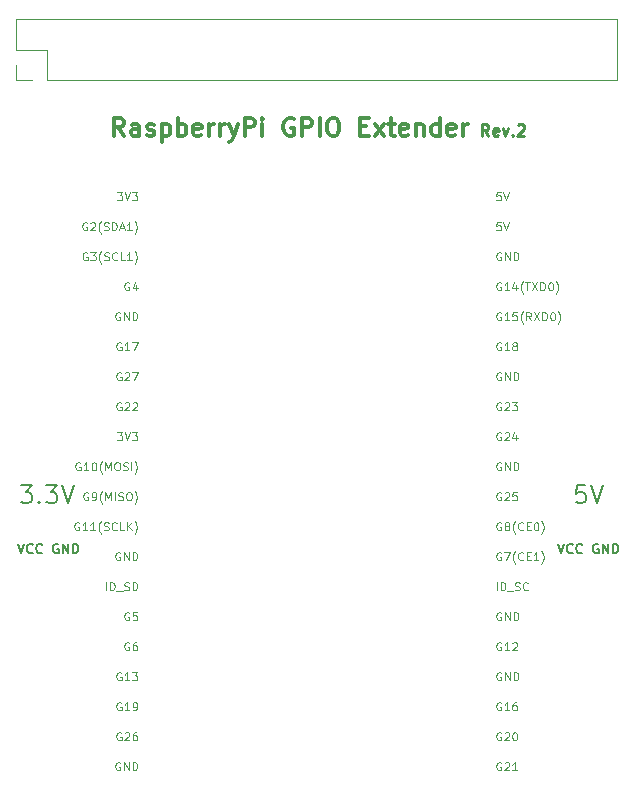
<source format=gbr>
%TF.GenerationSoftware,KiCad,Pcbnew,(5.1.9)-1*%
%TF.CreationDate,2021-12-21T23:24:31+09:00*%
%TF.ProjectId,pi-extend,70692d65-7874-4656-9e64-2e6b69636164,rev?*%
%TF.SameCoordinates,Original*%
%TF.FileFunction,Legend,Top*%
%TF.FilePolarity,Positive*%
%FSLAX46Y46*%
G04 Gerber Fmt 4.6, Leading zero omitted, Abs format (unit mm)*
G04 Created by KiCad (PCBNEW (5.1.9)-1) date 2021-12-21 23:24:31*
%MOMM*%
%LPD*%
G01*
G04 APERTURE LIST*
%ADD10C,0.200000*%
%ADD11C,0.125000*%
%ADD12C,0.250000*%
%ADD13C,0.300000*%
%ADD14C,0.150000*%
%ADD15C,0.120000*%
G04 APERTURE END LIST*
D10*
X185515285Y-103191571D02*
X184801000Y-103191571D01*
X184729571Y-103905857D01*
X184801000Y-103834428D01*
X184943857Y-103763000D01*
X185301000Y-103763000D01*
X185443857Y-103834428D01*
X185515285Y-103905857D01*
X185586714Y-104048714D01*
X185586714Y-104405857D01*
X185515285Y-104548714D01*
X185443857Y-104620142D01*
X185301000Y-104691571D01*
X184943857Y-104691571D01*
X184801000Y-104620142D01*
X184729571Y-104548714D01*
X186015285Y-103191571D02*
X186515285Y-104691571D01*
X187015285Y-103191571D01*
X137739714Y-103191571D02*
X138668285Y-103191571D01*
X138168285Y-103763000D01*
X138382571Y-103763000D01*
X138525428Y-103834428D01*
X138596857Y-103905857D01*
X138668285Y-104048714D01*
X138668285Y-104405857D01*
X138596857Y-104548714D01*
X138525428Y-104620142D01*
X138382571Y-104691571D01*
X137954000Y-104691571D01*
X137811142Y-104620142D01*
X137739714Y-104548714D01*
X139311142Y-104548714D02*
X139382571Y-104620142D01*
X139311142Y-104691571D01*
X139239714Y-104620142D01*
X139311142Y-104548714D01*
X139311142Y-104691571D01*
X139882571Y-103191571D02*
X140811142Y-103191571D01*
X140311142Y-103763000D01*
X140525428Y-103763000D01*
X140668285Y-103834428D01*
X140739714Y-103905857D01*
X140811142Y-104048714D01*
X140811142Y-104405857D01*
X140739714Y-104548714D01*
X140668285Y-104620142D01*
X140525428Y-104691571D01*
X140096857Y-104691571D01*
X139954000Y-104620142D01*
X139882571Y-104548714D01*
X141239714Y-103191571D02*
X141739714Y-104691571D01*
X142239714Y-103191571D01*
D11*
X146146750Y-126650000D02*
X146080083Y-126616666D01*
X145980083Y-126616666D01*
X145880083Y-126650000D01*
X145813416Y-126716666D01*
X145780083Y-126783333D01*
X145746750Y-126916666D01*
X145746750Y-127016666D01*
X145780083Y-127150000D01*
X145813416Y-127216666D01*
X145880083Y-127283333D01*
X145980083Y-127316666D01*
X146046750Y-127316666D01*
X146146750Y-127283333D01*
X146180083Y-127250000D01*
X146180083Y-127016666D01*
X146046750Y-127016666D01*
X146480083Y-127316666D02*
X146480083Y-126616666D01*
X146880083Y-127316666D01*
X146880083Y-126616666D01*
X147213416Y-127316666D02*
X147213416Y-126616666D01*
X147380083Y-126616666D01*
X147480083Y-126650000D01*
X147546750Y-126716666D01*
X147580083Y-126783333D01*
X147613416Y-126916666D01*
X147613416Y-127016666D01*
X147580083Y-127150000D01*
X147546750Y-127216666D01*
X147480083Y-127283333D01*
X147380083Y-127316666D01*
X147213416Y-127316666D01*
X146246750Y-124110000D02*
X146180083Y-124076666D01*
X146080083Y-124076666D01*
X145980083Y-124110000D01*
X145913416Y-124176666D01*
X145880083Y-124243333D01*
X145846750Y-124376666D01*
X145846750Y-124476666D01*
X145880083Y-124610000D01*
X145913416Y-124676666D01*
X145980083Y-124743333D01*
X146080083Y-124776666D01*
X146146750Y-124776666D01*
X146246750Y-124743333D01*
X146280083Y-124710000D01*
X146280083Y-124476666D01*
X146146750Y-124476666D01*
X146546750Y-124143333D02*
X146580083Y-124110000D01*
X146646750Y-124076666D01*
X146813416Y-124076666D01*
X146880083Y-124110000D01*
X146913416Y-124143333D01*
X146946750Y-124210000D01*
X146946750Y-124276666D01*
X146913416Y-124376666D01*
X146513416Y-124776666D01*
X146946750Y-124776666D01*
X147546750Y-124076666D02*
X147413416Y-124076666D01*
X147346750Y-124110000D01*
X147313416Y-124143333D01*
X147246750Y-124243333D01*
X147213416Y-124376666D01*
X147213416Y-124643333D01*
X147246750Y-124710000D01*
X147280083Y-124743333D01*
X147346750Y-124776666D01*
X147480083Y-124776666D01*
X147546750Y-124743333D01*
X147580083Y-124710000D01*
X147613416Y-124643333D01*
X147613416Y-124476666D01*
X147580083Y-124410000D01*
X147546750Y-124376666D01*
X147480083Y-124343333D01*
X147346750Y-124343333D01*
X147280083Y-124376666D01*
X147246750Y-124410000D01*
X147213416Y-124476666D01*
X146246750Y-121570000D02*
X146180083Y-121536666D01*
X146080083Y-121536666D01*
X145980083Y-121570000D01*
X145913416Y-121636666D01*
X145880083Y-121703333D01*
X145846750Y-121836666D01*
X145846750Y-121936666D01*
X145880083Y-122070000D01*
X145913416Y-122136666D01*
X145980083Y-122203333D01*
X146080083Y-122236666D01*
X146146750Y-122236666D01*
X146246750Y-122203333D01*
X146280083Y-122170000D01*
X146280083Y-121936666D01*
X146146750Y-121936666D01*
X146946750Y-122236666D02*
X146546750Y-122236666D01*
X146746750Y-122236666D02*
X146746750Y-121536666D01*
X146680083Y-121636666D01*
X146613416Y-121703333D01*
X146546750Y-121736666D01*
X147280083Y-122236666D02*
X147413416Y-122236666D01*
X147480083Y-122203333D01*
X147513416Y-122170000D01*
X147580083Y-122070000D01*
X147613416Y-121936666D01*
X147613416Y-121670000D01*
X147580083Y-121603333D01*
X147546750Y-121570000D01*
X147480083Y-121536666D01*
X147346750Y-121536666D01*
X147280083Y-121570000D01*
X147246750Y-121603333D01*
X147213416Y-121670000D01*
X147213416Y-121836666D01*
X147246750Y-121903333D01*
X147280083Y-121936666D01*
X147346750Y-121970000D01*
X147480083Y-121970000D01*
X147546750Y-121936666D01*
X147580083Y-121903333D01*
X147613416Y-121836666D01*
X146246750Y-119030000D02*
X146180083Y-118996666D01*
X146080083Y-118996666D01*
X145980083Y-119030000D01*
X145913416Y-119096666D01*
X145880083Y-119163333D01*
X145846750Y-119296666D01*
X145846750Y-119396666D01*
X145880083Y-119530000D01*
X145913416Y-119596666D01*
X145980083Y-119663333D01*
X146080083Y-119696666D01*
X146146750Y-119696666D01*
X146246750Y-119663333D01*
X146280083Y-119630000D01*
X146280083Y-119396666D01*
X146146750Y-119396666D01*
X146946750Y-119696666D02*
X146546750Y-119696666D01*
X146746750Y-119696666D02*
X146746750Y-118996666D01*
X146680083Y-119096666D01*
X146613416Y-119163333D01*
X146546750Y-119196666D01*
X147180083Y-118996666D02*
X147613416Y-118996666D01*
X147380083Y-119263333D01*
X147480083Y-119263333D01*
X147546750Y-119296666D01*
X147580083Y-119330000D01*
X147613416Y-119396666D01*
X147613416Y-119563333D01*
X147580083Y-119630000D01*
X147546750Y-119663333D01*
X147480083Y-119696666D01*
X147280083Y-119696666D01*
X147213416Y-119663333D01*
X147180083Y-119630000D01*
X146913416Y-116490000D02*
X146846750Y-116456666D01*
X146746750Y-116456666D01*
X146646750Y-116490000D01*
X146580083Y-116556666D01*
X146546750Y-116623333D01*
X146513416Y-116756666D01*
X146513416Y-116856666D01*
X146546750Y-116990000D01*
X146580083Y-117056666D01*
X146646750Y-117123333D01*
X146746750Y-117156666D01*
X146813416Y-117156666D01*
X146913416Y-117123333D01*
X146946750Y-117090000D01*
X146946750Y-116856666D01*
X146813416Y-116856666D01*
X147546750Y-116456666D02*
X147413416Y-116456666D01*
X147346750Y-116490000D01*
X147313416Y-116523333D01*
X147246750Y-116623333D01*
X147213416Y-116756666D01*
X147213416Y-117023333D01*
X147246750Y-117090000D01*
X147280083Y-117123333D01*
X147346750Y-117156666D01*
X147480083Y-117156666D01*
X147546750Y-117123333D01*
X147580083Y-117090000D01*
X147613416Y-117023333D01*
X147613416Y-116856666D01*
X147580083Y-116790000D01*
X147546750Y-116756666D01*
X147480083Y-116723333D01*
X147346750Y-116723333D01*
X147280083Y-116756666D01*
X147246750Y-116790000D01*
X147213416Y-116856666D01*
X146913416Y-113950000D02*
X146846750Y-113916666D01*
X146746750Y-113916666D01*
X146646750Y-113950000D01*
X146580083Y-114016666D01*
X146546750Y-114083333D01*
X146513416Y-114216666D01*
X146513416Y-114316666D01*
X146546750Y-114450000D01*
X146580083Y-114516666D01*
X146646750Y-114583333D01*
X146746750Y-114616666D01*
X146813416Y-114616666D01*
X146913416Y-114583333D01*
X146946750Y-114550000D01*
X146946750Y-114316666D01*
X146813416Y-114316666D01*
X147580083Y-113916666D02*
X147246750Y-113916666D01*
X147213416Y-114250000D01*
X147246750Y-114216666D01*
X147313416Y-114183333D01*
X147480083Y-114183333D01*
X147546750Y-114216666D01*
X147580083Y-114250000D01*
X147613416Y-114316666D01*
X147613416Y-114483333D01*
X147580083Y-114550000D01*
X147546750Y-114583333D01*
X147480083Y-114616666D01*
X147313416Y-114616666D01*
X147246750Y-114583333D01*
X147213416Y-114550000D01*
X144980083Y-112076666D02*
X144980083Y-111376666D01*
X145313416Y-112076666D02*
X145313416Y-111376666D01*
X145480083Y-111376666D01*
X145580083Y-111410000D01*
X145646750Y-111476666D01*
X145680083Y-111543333D01*
X145713416Y-111676666D01*
X145713416Y-111776666D01*
X145680083Y-111910000D01*
X145646750Y-111976666D01*
X145580083Y-112043333D01*
X145480083Y-112076666D01*
X145313416Y-112076666D01*
X145846750Y-112143333D02*
X146380083Y-112143333D01*
X146513416Y-112043333D02*
X146613416Y-112076666D01*
X146780083Y-112076666D01*
X146846750Y-112043333D01*
X146880083Y-112010000D01*
X146913416Y-111943333D01*
X146913416Y-111876666D01*
X146880083Y-111810000D01*
X146846750Y-111776666D01*
X146780083Y-111743333D01*
X146646750Y-111710000D01*
X146580083Y-111676666D01*
X146546750Y-111643333D01*
X146513416Y-111576666D01*
X146513416Y-111510000D01*
X146546750Y-111443333D01*
X146580083Y-111410000D01*
X146646750Y-111376666D01*
X146813416Y-111376666D01*
X146913416Y-111410000D01*
X147213416Y-112076666D02*
X147213416Y-111376666D01*
X147380083Y-111376666D01*
X147480083Y-111410000D01*
X147546750Y-111476666D01*
X147580083Y-111543333D01*
X147613416Y-111676666D01*
X147613416Y-111776666D01*
X147580083Y-111910000D01*
X147546750Y-111976666D01*
X147480083Y-112043333D01*
X147380083Y-112076666D01*
X147213416Y-112076666D01*
X145913416Y-78356666D02*
X146346750Y-78356666D01*
X146113416Y-78623333D01*
X146213416Y-78623333D01*
X146280083Y-78656666D01*
X146313416Y-78690000D01*
X146346750Y-78756666D01*
X146346750Y-78923333D01*
X146313416Y-78990000D01*
X146280083Y-79023333D01*
X146213416Y-79056666D01*
X146013416Y-79056666D01*
X145946750Y-79023333D01*
X145913416Y-78990000D01*
X146546750Y-78356666D02*
X146780083Y-79056666D01*
X147013416Y-78356666D01*
X147180083Y-78356666D02*
X147613416Y-78356666D01*
X147380083Y-78623333D01*
X147480083Y-78623333D01*
X147546750Y-78656666D01*
X147580083Y-78690000D01*
X147613416Y-78756666D01*
X147613416Y-78923333D01*
X147580083Y-78990000D01*
X147546750Y-79023333D01*
X147480083Y-79056666D01*
X147280083Y-79056666D01*
X147213416Y-79023333D01*
X147180083Y-78990000D01*
X143346750Y-80930000D02*
X143280083Y-80896666D01*
X143180083Y-80896666D01*
X143080083Y-80930000D01*
X143013416Y-80996666D01*
X142980083Y-81063333D01*
X142946750Y-81196666D01*
X142946750Y-81296666D01*
X142980083Y-81430000D01*
X143013416Y-81496666D01*
X143080083Y-81563333D01*
X143180083Y-81596666D01*
X143246750Y-81596666D01*
X143346750Y-81563333D01*
X143380083Y-81530000D01*
X143380083Y-81296666D01*
X143246750Y-81296666D01*
X143646750Y-80963333D02*
X143680083Y-80930000D01*
X143746750Y-80896666D01*
X143913416Y-80896666D01*
X143980083Y-80930000D01*
X144013416Y-80963333D01*
X144046750Y-81030000D01*
X144046750Y-81096666D01*
X144013416Y-81196666D01*
X143613416Y-81596666D01*
X144046750Y-81596666D01*
X144546750Y-81863333D02*
X144513416Y-81830000D01*
X144446750Y-81730000D01*
X144413416Y-81663333D01*
X144380083Y-81563333D01*
X144346750Y-81396666D01*
X144346750Y-81263333D01*
X144380083Y-81096666D01*
X144413416Y-80996666D01*
X144446750Y-80930000D01*
X144513416Y-80830000D01*
X144546750Y-80796666D01*
X144780083Y-81563333D02*
X144880083Y-81596666D01*
X145046750Y-81596666D01*
X145113416Y-81563333D01*
X145146750Y-81530000D01*
X145180083Y-81463333D01*
X145180083Y-81396666D01*
X145146750Y-81330000D01*
X145113416Y-81296666D01*
X145046750Y-81263333D01*
X144913416Y-81230000D01*
X144846750Y-81196666D01*
X144813416Y-81163333D01*
X144780083Y-81096666D01*
X144780083Y-81030000D01*
X144813416Y-80963333D01*
X144846750Y-80930000D01*
X144913416Y-80896666D01*
X145080083Y-80896666D01*
X145180083Y-80930000D01*
X145480083Y-81596666D02*
X145480083Y-80896666D01*
X145646750Y-80896666D01*
X145746750Y-80930000D01*
X145813416Y-80996666D01*
X145846750Y-81063333D01*
X145880083Y-81196666D01*
X145880083Y-81296666D01*
X145846750Y-81430000D01*
X145813416Y-81496666D01*
X145746750Y-81563333D01*
X145646750Y-81596666D01*
X145480083Y-81596666D01*
X146146750Y-81396666D02*
X146480083Y-81396666D01*
X146080083Y-81596666D02*
X146313416Y-80896666D01*
X146546750Y-81596666D01*
X147146750Y-81596666D02*
X146746750Y-81596666D01*
X146946750Y-81596666D02*
X146946750Y-80896666D01*
X146880083Y-80996666D01*
X146813416Y-81063333D01*
X146746750Y-81096666D01*
X147380083Y-81863333D02*
X147413416Y-81830000D01*
X147480083Y-81730000D01*
X147513416Y-81663333D01*
X147546750Y-81563333D01*
X147580083Y-81396666D01*
X147580083Y-81263333D01*
X147546750Y-81096666D01*
X147513416Y-80996666D01*
X147480083Y-80930000D01*
X147413416Y-80830000D01*
X147380083Y-80796666D01*
X143380083Y-83470000D02*
X143313416Y-83436666D01*
X143213416Y-83436666D01*
X143113416Y-83470000D01*
X143046750Y-83536666D01*
X143013416Y-83603333D01*
X142980083Y-83736666D01*
X142980083Y-83836666D01*
X143013416Y-83970000D01*
X143046750Y-84036666D01*
X143113416Y-84103333D01*
X143213416Y-84136666D01*
X143280083Y-84136666D01*
X143380083Y-84103333D01*
X143413416Y-84070000D01*
X143413416Y-83836666D01*
X143280083Y-83836666D01*
X143646750Y-83436666D02*
X144080083Y-83436666D01*
X143846750Y-83703333D01*
X143946750Y-83703333D01*
X144013416Y-83736666D01*
X144046750Y-83770000D01*
X144080083Y-83836666D01*
X144080083Y-84003333D01*
X144046750Y-84070000D01*
X144013416Y-84103333D01*
X143946750Y-84136666D01*
X143746750Y-84136666D01*
X143680083Y-84103333D01*
X143646750Y-84070000D01*
X144580083Y-84403333D02*
X144546750Y-84370000D01*
X144480083Y-84270000D01*
X144446750Y-84203333D01*
X144413416Y-84103333D01*
X144380083Y-83936666D01*
X144380083Y-83803333D01*
X144413416Y-83636666D01*
X144446750Y-83536666D01*
X144480083Y-83470000D01*
X144546750Y-83370000D01*
X144580083Y-83336666D01*
X144813416Y-84103333D02*
X144913416Y-84136666D01*
X145080083Y-84136666D01*
X145146750Y-84103333D01*
X145180083Y-84070000D01*
X145213416Y-84003333D01*
X145213416Y-83936666D01*
X145180083Y-83870000D01*
X145146750Y-83836666D01*
X145080083Y-83803333D01*
X144946750Y-83770000D01*
X144880083Y-83736666D01*
X144846750Y-83703333D01*
X144813416Y-83636666D01*
X144813416Y-83570000D01*
X144846750Y-83503333D01*
X144880083Y-83470000D01*
X144946750Y-83436666D01*
X145113416Y-83436666D01*
X145213416Y-83470000D01*
X145913416Y-84070000D02*
X145880083Y-84103333D01*
X145780083Y-84136666D01*
X145713416Y-84136666D01*
X145613416Y-84103333D01*
X145546750Y-84036666D01*
X145513416Y-83970000D01*
X145480083Y-83836666D01*
X145480083Y-83736666D01*
X145513416Y-83603333D01*
X145546750Y-83536666D01*
X145613416Y-83470000D01*
X145713416Y-83436666D01*
X145780083Y-83436666D01*
X145880083Y-83470000D01*
X145913416Y-83503333D01*
X146546750Y-84136666D02*
X146213416Y-84136666D01*
X146213416Y-83436666D01*
X147146750Y-84136666D02*
X146746750Y-84136666D01*
X146946750Y-84136666D02*
X146946750Y-83436666D01*
X146880083Y-83536666D01*
X146813416Y-83603333D01*
X146746750Y-83636666D01*
X147380083Y-84403333D02*
X147413416Y-84370000D01*
X147480083Y-84270000D01*
X147513416Y-84203333D01*
X147546750Y-84103333D01*
X147580083Y-83936666D01*
X147580083Y-83803333D01*
X147546750Y-83636666D01*
X147513416Y-83536666D01*
X147480083Y-83470000D01*
X147413416Y-83370000D01*
X147380083Y-83336666D01*
X146913416Y-86010000D02*
X146846750Y-85976666D01*
X146746750Y-85976666D01*
X146646750Y-86010000D01*
X146580083Y-86076666D01*
X146546750Y-86143333D01*
X146513416Y-86276666D01*
X146513416Y-86376666D01*
X146546750Y-86510000D01*
X146580083Y-86576666D01*
X146646750Y-86643333D01*
X146746750Y-86676666D01*
X146813416Y-86676666D01*
X146913416Y-86643333D01*
X146946750Y-86610000D01*
X146946750Y-86376666D01*
X146813416Y-86376666D01*
X147546750Y-86210000D02*
X147546750Y-86676666D01*
X147380083Y-85943333D02*
X147213416Y-86443333D01*
X147646750Y-86443333D01*
X146146750Y-88550000D02*
X146080083Y-88516666D01*
X145980083Y-88516666D01*
X145880083Y-88550000D01*
X145813416Y-88616666D01*
X145780083Y-88683333D01*
X145746750Y-88816666D01*
X145746750Y-88916666D01*
X145780083Y-89050000D01*
X145813416Y-89116666D01*
X145880083Y-89183333D01*
X145980083Y-89216666D01*
X146046750Y-89216666D01*
X146146750Y-89183333D01*
X146180083Y-89150000D01*
X146180083Y-88916666D01*
X146046750Y-88916666D01*
X146480083Y-89216666D02*
X146480083Y-88516666D01*
X146880083Y-89216666D01*
X146880083Y-88516666D01*
X147213416Y-89216666D02*
X147213416Y-88516666D01*
X147380083Y-88516666D01*
X147480083Y-88550000D01*
X147546750Y-88616666D01*
X147580083Y-88683333D01*
X147613416Y-88816666D01*
X147613416Y-88916666D01*
X147580083Y-89050000D01*
X147546750Y-89116666D01*
X147480083Y-89183333D01*
X147380083Y-89216666D01*
X147213416Y-89216666D01*
X146246750Y-91090000D02*
X146180083Y-91056666D01*
X146080083Y-91056666D01*
X145980083Y-91090000D01*
X145913416Y-91156666D01*
X145880083Y-91223333D01*
X145846750Y-91356666D01*
X145846750Y-91456666D01*
X145880083Y-91590000D01*
X145913416Y-91656666D01*
X145980083Y-91723333D01*
X146080083Y-91756666D01*
X146146750Y-91756666D01*
X146246750Y-91723333D01*
X146280083Y-91690000D01*
X146280083Y-91456666D01*
X146146750Y-91456666D01*
X146946750Y-91756666D02*
X146546750Y-91756666D01*
X146746750Y-91756666D02*
X146746750Y-91056666D01*
X146680083Y-91156666D01*
X146613416Y-91223333D01*
X146546750Y-91256666D01*
X147180083Y-91056666D02*
X147646750Y-91056666D01*
X147346750Y-91756666D01*
X146246750Y-93630000D02*
X146180083Y-93596666D01*
X146080083Y-93596666D01*
X145980083Y-93630000D01*
X145913416Y-93696666D01*
X145880083Y-93763333D01*
X145846750Y-93896666D01*
X145846750Y-93996666D01*
X145880083Y-94130000D01*
X145913416Y-94196666D01*
X145980083Y-94263333D01*
X146080083Y-94296666D01*
X146146750Y-94296666D01*
X146246750Y-94263333D01*
X146280083Y-94230000D01*
X146280083Y-93996666D01*
X146146750Y-93996666D01*
X146546750Y-93663333D02*
X146580083Y-93630000D01*
X146646750Y-93596666D01*
X146813416Y-93596666D01*
X146880083Y-93630000D01*
X146913416Y-93663333D01*
X146946750Y-93730000D01*
X146946750Y-93796666D01*
X146913416Y-93896666D01*
X146513416Y-94296666D01*
X146946750Y-94296666D01*
X147180083Y-93596666D02*
X147646750Y-93596666D01*
X147346750Y-94296666D01*
X146246750Y-96170000D02*
X146180083Y-96136666D01*
X146080083Y-96136666D01*
X145980083Y-96170000D01*
X145913416Y-96236666D01*
X145880083Y-96303333D01*
X145846750Y-96436666D01*
X145846750Y-96536666D01*
X145880083Y-96670000D01*
X145913416Y-96736666D01*
X145980083Y-96803333D01*
X146080083Y-96836666D01*
X146146750Y-96836666D01*
X146246750Y-96803333D01*
X146280083Y-96770000D01*
X146280083Y-96536666D01*
X146146750Y-96536666D01*
X146546750Y-96203333D02*
X146580083Y-96170000D01*
X146646750Y-96136666D01*
X146813416Y-96136666D01*
X146880083Y-96170000D01*
X146913416Y-96203333D01*
X146946750Y-96270000D01*
X146946750Y-96336666D01*
X146913416Y-96436666D01*
X146513416Y-96836666D01*
X146946750Y-96836666D01*
X147213416Y-96203333D02*
X147246750Y-96170000D01*
X147313416Y-96136666D01*
X147480083Y-96136666D01*
X147546750Y-96170000D01*
X147580083Y-96203333D01*
X147613416Y-96270000D01*
X147613416Y-96336666D01*
X147580083Y-96436666D01*
X147180083Y-96836666D01*
X147613416Y-96836666D01*
X145913416Y-98676666D02*
X146346750Y-98676666D01*
X146113416Y-98943333D01*
X146213416Y-98943333D01*
X146280083Y-98976666D01*
X146313416Y-99010000D01*
X146346750Y-99076666D01*
X146346750Y-99243333D01*
X146313416Y-99310000D01*
X146280083Y-99343333D01*
X146213416Y-99376666D01*
X146013416Y-99376666D01*
X145946750Y-99343333D01*
X145913416Y-99310000D01*
X146546750Y-98676666D02*
X146780083Y-99376666D01*
X147013416Y-98676666D01*
X147180083Y-98676666D02*
X147613416Y-98676666D01*
X147380083Y-98943333D01*
X147480083Y-98943333D01*
X147546750Y-98976666D01*
X147580083Y-99010000D01*
X147613416Y-99076666D01*
X147613416Y-99243333D01*
X147580083Y-99310000D01*
X147546750Y-99343333D01*
X147480083Y-99376666D01*
X147280083Y-99376666D01*
X147213416Y-99343333D01*
X147180083Y-99310000D01*
X142780083Y-101250000D02*
X142713416Y-101216666D01*
X142613416Y-101216666D01*
X142513416Y-101250000D01*
X142446750Y-101316666D01*
X142413416Y-101383333D01*
X142380083Y-101516666D01*
X142380083Y-101616666D01*
X142413416Y-101750000D01*
X142446750Y-101816666D01*
X142513416Y-101883333D01*
X142613416Y-101916666D01*
X142680083Y-101916666D01*
X142780083Y-101883333D01*
X142813416Y-101850000D01*
X142813416Y-101616666D01*
X142680083Y-101616666D01*
X143480083Y-101916666D02*
X143080083Y-101916666D01*
X143280083Y-101916666D02*
X143280083Y-101216666D01*
X143213416Y-101316666D01*
X143146750Y-101383333D01*
X143080083Y-101416666D01*
X143913416Y-101216666D02*
X143980083Y-101216666D01*
X144046750Y-101250000D01*
X144080083Y-101283333D01*
X144113416Y-101350000D01*
X144146750Y-101483333D01*
X144146750Y-101650000D01*
X144113416Y-101783333D01*
X144080083Y-101850000D01*
X144046750Y-101883333D01*
X143980083Y-101916666D01*
X143913416Y-101916666D01*
X143846750Y-101883333D01*
X143813416Y-101850000D01*
X143780083Y-101783333D01*
X143746750Y-101650000D01*
X143746750Y-101483333D01*
X143780083Y-101350000D01*
X143813416Y-101283333D01*
X143846750Y-101250000D01*
X143913416Y-101216666D01*
X144646750Y-102183333D02*
X144613416Y-102150000D01*
X144546750Y-102050000D01*
X144513416Y-101983333D01*
X144480083Y-101883333D01*
X144446750Y-101716666D01*
X144446750Y-101583333D01*
X144480083Y-101416666D01*
X144513416Y-101316666D01*
X144546750Y-101250000D01*
X144613416Y-101150000D01*
X144646750Y-101116666D01*
X144913416Y-101916666D02*
X144913416Y-101216666D01*
X145146750Y-101716666D01*
X145380083Y-101216666D01*
X145380083Y-101916666D01*
X145846750Y-101216666D02*
X145980083Y-101216666D01*
X146046750Y-101250000D01*
X146113416Y-101316666D01*
X146146750Y-101450000D01*
X146146750Y-101683333D01*
X146113416Y-101816666D01*
X146046750Y-101883333D01*
X145980083Y-101916666D01*
X145846750Y-101916666D01*
X145780083Y-101883333D01*
X145713416Y-101816666D01*
X145680083Y-101683333D01*
X145680083Y-101450000D01*
X145713416Y-101316666D01*
X145780083Y-101250000D01*
X145846750Y-101216666D01*
X146413416Y-101883333D02*
X146513416Y-101916666D01*
X146680083Y-101916666D01*
X146746750Y-101883333D01*
X146780083Y-101850000D01*
X146813416Y-101783333D01*
X146813416Y-101716666D01*
X146780083Y-101650000D01*
X146746750Y-101616666D01*
X146680083Y-101583333D01*
X146546750Y-101550000D01*
X146480083Y-101516666D01*
X146446750Y-101483333D01*
X146413416Y-101416666D01*
X146413416Y-101350000D01*
X146446750Y-101283333D01*
X146480083Y-101250000D01*
X146546750Y-101216666D01*
X146713416Y-101216666D01*
X146813416Y-101250000D01*
X147113416Y-101916666D02*
X147113416Y-101216666D01*
X147380083Y-102183333D02*
X147413416Y-102150000D01*
X147480083Y-102050000D01*
X147513416Y-101983333D01*
X147546750Y-101883333D01*
X147580083Y-101716666D01*
X147580083Y-101583333D01*
X147546750Y-101416666D01*
X147513416Y-101316666D01*
X147480083Y-101250000D01*
X147413416Y-101150000D01*
X147380083Y-101116666D01*
X143446750Y-103790000D02*
X143380083Y-103756666D01*
X143280083Y-103756666D01*
X143180083Y-103790000D01*
X143113416Y-103856666D01*
X143080083Y-103923333D01*
X143046750Y-104056666D01*
X143046750Y-104156666D01*
X143080083Y-104290000D01*
X143113416Y-104356666D01*
X143180083Y-104423333D01*
X143280083Y-104456666D01*
X143346750Y-104456666D01*
X143446750Y-104423333D01*
X143480083Y-104390000D01*
X143480083Y-104156666D01*
X143346750Y-104156666D01*
X143813416Y-104456666D02*
X143946750Y-104456666D01*
X144013416Y-104423333D01*
X144046750Y-104390000D01*
X144113416Y-104290000D01*
X144146750Y-104156666D01*
X144146750Y-103890000D01*
X144113416Y-103823333D01*
X144080083Y-103790000D01*
X144013416Y-103756666D01*
X143880083Y-103756666D01*
X143813416Y-103790000D01*
X143780083Y-103823333D01*
X143746750Y-103890000D01*
X143746750Y-104056666D01*
X143780083Y-104123333D01*
X143813416Y-104156666D01*
X143880083Y-104190000D01*
X144013416Y-104190000D01*
X144080083Y-104156666D01*
X144113416Y-104123333D01*
X144146750Y-104056666D01*
X144646750Y-104723333D02*
X144613416Y-104690000D01*
X144546750Y-104590000D01*
X144513416Y-104523333D01*
X144480083Y-104423333D01*
X144446750Y-104256666D01*
X144446750Y-104123333D01*
X144480083Y-103956666D01*
X144513416Y-103856666D01*
X144546750Y-103790000D01*
X144613416Y-103690000D01*
X144646750Y-103656666D01*
X144913416Y-104456666D02*
X144913416Y-103756666D01*
X145146750Y-104256666D01*
X145380083Y-103756666D01*
X145380083Y-104456666D01*
X145713416Y-104456666D02*
X145713416Y-103756666D01*
X146013416Y-104423333D02*
X146113416Y-104456666D01*
X146280083Y-104456666D01*
X146346750Y-104423333D01*
X146380083Y-104390000D01*
X146413416Y-104323333D01*
X146413416Y-104256666D01*
X146380083Y-104190000D01*
X146346750Y-104156666D01*
X146280083Y-104123333D01*
X146146750Y-104090000D01*
X146080083Y-104056666D01*
X146046750Y-104023333D01*
X146013416Y-103956666D01*
X146013416Y-103890000D01*
X146046750Y-103823333D01*
X146080083Y-103790000D01*
X146146750Y-103756666D01*
X146313416Y-103756666D01*
X146413416Y-103790000D01*
X146846750Y-103756666D02*
X146980083Y-103756666D01*
X147046750Y-103790000D01*
X147113416Y-103856666D01*
X147146750Y-103990000D01*
X147146750Y-104223333D01*
X147113416Y-104356666D01*
X147046750Y-104423333D01*
X146980083Y-104456666D01*
X146846750Y-104456666D01*
X146780083Y-104423333D01*
X146713416Y-104356666D01*
X146680083Y-104223333D01*
X146680083Y-103990000D01*
X146713416Y-103856666D01*
X146780083Y-103790000D01*
X146846750Y-103756666D01*
X147380083Y-104723333D02*
X147413416Y-104690000D01*
X147480083Y-104590000D01*
X147513416Y-104523333D01*
X147546750Y-104423333D01*
X147580083Y-104256666D01*
X147580083Y-104123333D01*
X147546750Y-103956666D01*
X147513416Y-103856666D01*
X147480083Y-103790000D01*
X147413416Y-103690000D01*
X147380083Y-103656666D01*
X142680083Y-106330000D02*
X142613416Y-106296666D01*
X142513416Y-106296666D01*
X142413416Y-106330000D01*
X142346750Y-106396666D01*
X142313416Y-106463333D01*
X142280083Y-106596666D01*
X142280083Y-106696666D01*
X142313416Y-106830000D01*
X142346750Y-106896666D01*
X142413416Y-106963333D01*
X142513416Y-106996666D01*
X142580083Y-106996666D01*
X142680083Y-106963333D01*
X142713416Y-106930000D01*
X142713416Y-106696666D01*
X142580083Y-106696666D01*
X143380083Y-106996666D02*
X142980083Y-106996666D01*
X143180083Y-106996666D02*
X143180083Y-106296666D01*
X143113416Y-106396666D01*
X143046750Y-106463333D01*
X142980083Y-106496666D01*
X144046750Y-106996666D02*
X143646750Y-106996666D01*
X143846750Y-106996666D02*
X143846750Y-106296666D01*
X143780083Y-106396666D01*
X143713416Y-106463333D01*
X143646750Y-106496666D01*
X144546750Y-107263333D02*
X144513416Y-107230000D01*
X144446750Y-107130000D01*
X144413416Y-107063333D01*
X144380083Y-106963333D01*
X144346750Y-106796666D01*
X144346750Y-106663333D01*
X144380083Y-106496666D01*
X144413416Y-106396666D01*
X144446750Y-106330000D01*
X144513416Y-106230000D01*
X144546750Y-106196666D01*
X144780083Y-106963333D02*
X144880083Y-106996666D01*
X145046750Y-106996666D01*
X145113416Y-106963333D01*
X145146750Y-106930000D01*
X145180083Y-106863333D01*
X145180083Y-106796666D01*
X145146750Y-106730000D01*
X145113416Y-106696666D01*
X145046750Y-106663333D01*
X144913416Y-106630000D01*
X144846750Y-106596666D01*
X144813416Y-106563333D01*
X144780083Y-106496666D01*
X144780083Y-106430000D01*
X144813416Y-106363333D01*
X144846750Y-106330000D01*
X144913416Y-106296666D01*
X145080083Y-106296666D01*
X145180083Y-106330000D01*
X145880083Y-106930000D02*
X145846750Y-106963333D01*
X145746750Y-106996666D01*
X145680083Y-106996666D01*
X145580083Y-106963333D01*
X145513416Y-106896666D01*
X145480083Y-106830000D01*
X145446750Y-106696666D01*
X145446750Y-106596666D01*
X145480083Y-106463333D01*
X145513416Y-106396666D01*
X145580083Y-106330000D01*
X145680083Y-106296666D01*
X145746750Y-106296666D01*
X145846750Y-106330000D01*
X145880083Y-106363333D01*
X146513416Y-106996666D02*
X146180083Y-106996666D01*
X146180083Y-106296666D01*
X146746750Y-106996666D02*
X146746750Y-106296666D01*
X147146750Y-106996666D02*
X146846750Y-106596666D01*
X147146750Y-106296666D02*
X146746750Y-106696666D01*
X147380083Y-107263333D02*
X147413416Y-107230000D01*
X147480083Y-107130000D01*
X147513416Y-107063333D01*
X147546750Y-106963333D01*
X147580083Y-106796666D01*
X147580083Y-106663333D01*
X147546750Y-106496666D01*
X147513416Y-106396666D01*
X147480083Y-106330000D01*
X147413416Y-106230000D01*
X147380083Y-106196666D01*
X146146750Y-108870000D02*
X146080083Y-108836666D01*
X145980083Y-108836666D01*
X145880083Y-108870000D01*
X145813416Y-108936666D01*
X145780083Y-109003333D01*
X145746750Y-109136666D01*
X145746750Y-109236666D01*
X145780083Y-109370000D01*
X145813416Y-109436666D01*
X145880083Y-109503333D01*
X145980083Y-109536666D01*
X146046750Y-109536666D01*
X146146750Y-109503333D01*
X146180083Y-109470000D01*
X146180083Y-109236666D01*
X146046750Y-109236666D01*
X146480083Y-109536666D02*
X146480083Y-108836666D01*
X146880083Y-109536666D01*
X146880083Y-108836666D01*
X147213416Y-109536666D02*
X147213416Y-108836666D01*
X147380083Y-108836666D01*
X147480083Y-108870000D01*
X147546750Y-108936666D01*
X147580083Y-109003333D01*
X147613416Y-109136666D01*
X147613416Y-109236666D01*
X147580083Y-109370000D01*
X147546750Y-109436666D01*
X147480083Y-109503333D01*
X147380083Y-109536666D01*
X147213416Y-109536666D01*
X178414583Y-126650000D02*
X178347916Y-126616666D01*
X178247916Y-126616666D01*
X178147916Y-126650000D01*
X178081250Y-126716666D01*
X178047916Y-126783333D01*
X178014583Y-126916666D01*
X178014583Y-127016666D01*
X178047916Y-127150000D01*
X178081250Y-127216666D01*
X178147916Y-127283333D01*
X178247916Y-127316666D01*
X178314583Y-127316666D01*
X178414583Y-127283333D01*
X178447916Y-127250000D01*
X178447916Y-127016666D01*
X178314583Y-127016666D01*
X178714583Y-126683333D02*
X178747916Y-126650000D01*
X178814583Y-126616666D01*
X178981250Y-126616666D01*
X179047916Y-126650000D01*
X179081250Y-126683333D01*
X179114583Y-126750000D01*
X179114583Y-126816666D01*
X179081250Y-126916666D01*
X178681250Y-127316666D01*
X179114583Y-127316666D01*
X179781250Y-127316666D02*
X179381250Y-127316666D01*
X179581250Y-127316666D02*
X179581250Y-126616666D01*
X179514583Y-126716666D01*
X179447916Y-126783333D01*
X179381250Y-126816666D01*
X178414583Y-124110000D02*
X178347916Y-124076666D01*
X178247916Y-124076666D01*
X178147916Y-124110000D01*
X178081250Y-124176666D01*
X178047916Y-124243333D01*
X178014583Y-124376666D01*
X178014583Y-124476666D01*
X178047916Y-124610000D01*
X178081250Y-124676666D01*
X178147916Y-124743333D01*
X178247916Y-124776666D01*
X178314583Y-124776666D01*
X178414583Y-124743333D01*
X178447916Y-124710000D01*
X178447916Y-124476666D01*
X178314583Y-124476666D01*
X178714583Y-124143333D02*
X178747916Y-124110000D01*
X178814583Y-124076666D01*
X178981250Y-124076666D01*
X179047916Y-124110000D01*
X179081250Y-124143333D01*
X179114583Y-124210000D01*
X179114583Y-124276666D01*
X179081250Y-124376666D01*
X178681250Y-124776666D01*
X179114583Y-124776666D01*
X179547916Y-124076666D02*
X179614583Y-124076666D01*
X179681250Y-124110000D01*
X179714583Y-124143333D01*
X179747916Y-124210000D01*
X179781250Y-124343333D01*
X179781250Y-124510000D01*
X179747916Y-124643333D01*
X179714583Y-124710000D01*
X179681250Y-124743333D01*
X179614583Y-124776666D01*
X179547916Y-124776666D01*
X179481250Y-124743333D01*
X179447916Y-124710000D01*
X179414583Y-124643333D01*
X179381250Y-124510000D01*
X179381250Y-124343333D01*
X179414583Y-124210000D01*
X179447916Y-124143333D01*
X179481250Y-124110000D01*
X179547916Y-124076666D01*
X178414583Y-121570000D02*
X178347916Y-121536666D01*
X178247916Y-121536666D01*
X178147916Y-121570000D01*
X178081250Y-121636666D01*
X178047916Y-121703333D01*
X178014583Y-121836666D01*
X178014583Y-121936666D01*
X178047916Y-122070000D01*
X178081250Y-122136666D01*
X178147916Y-122203333D01*
X178247916Y-122236666D01*
X178314583Y-122236666D01*
X178414583Y-122203333D01*
X178447916Y-122170000D01*
X178447916Y-121936666D01*
X178314583Y-121936666D01*
X179114583Y-122236666D02*
X178714583Y-122236666D01*
X178914583Y-122236666D02*
X178914583Y-121536666D01*
X178847916Y-121636666D01*
X178781250Y-121703333D01*
X178714583Y-121736666D01*
X179714583Y-121536666D02*
X179581250Y-121536666D01*
X179514583Y-121570000D01*
X179481250Y-121603333D01*
X179414583Y-121703333D01*
X179381250Y-121836666D01*
X179381250Y-122103333D01*
X179414583Y-122170000D01*
X179447916Y-122203333D01*
X179514583Y-122236666D01*
X179647916Y-122236666D01*
X179714583Y-122203333D01*
X179747916Y-122170000D01*
X179781250Y-122103333D01*
X179781250Y-121936666D01*
X179747916Y-121870000D01*
X179714583Y-121836666D01*
X179647916Y-121803333D01*
X179514583Y-121803333D01*
X179447916Y-121836666D01*
X179414583Y-121870000D01*
X179381250Y-121936666D01*
X178414583Y-119030000D02*
X178347916Y-118996666D01*
X178247916Y-118996666D01*
X178147916Y-119030000D01*
X178081250Y-119096666D01*
X178047916Y-119163333D01*
X178014583Y-119296666D01*
X178014583Y-119396666D01*
X178047916Y-119530000D01*
X178081250Y-119596666D01*
X178147916Y-119663333D01*
X178247916Y-119696666D01*
X178314583Y-119696666D01*
X178414583Y-119663333D01*
X178447916Y-119630000D01*
X178447916Y-119396666D01*
X178314583Y-119396666D01*
X178747916Y-119696666D02*
X178747916Y-118996666D01*
X179147916Y-119696666D01*
X179147916Y-118996666D01*
X179481250Y-119696666D02*
X179481250Y-118996666D01*
X179647916Y-118996666D01*
X179747916Y-119030000D01*
X179814583Y-119096666D01*
X179847916Y-119163333D01*
X179881250Y-119296666D01*
X179881250Y-119396666D01*
X179847916Y-119530000D01*
X179814583Y-119596666D01*
X179747916Y-119663333D01*
X179647916Y-119696666D01*
X179481250Y-119696666D01*
X178414583Y-116490000D02*
X178347916Y-116456666D01*
X178247916Y-116456666D01*
X178147916Y-116490000D01*
X178081250Y-116556666D01*
X178047916Y-116623333D01*
X178014583Y-116756666D01*
X178014583Y-116856666D01*
X178047916Y-116990000D01*
X178081250Y-117056666D01*
X178147916Y-117123333D01*
X178247916Y-117156666D01*
X178314583Y-117156666D01*
X178414583Y-117123333D01*
X178447916Y-117090000D01*
X178447916Y-116856666D01*
X178314583Y-116856666D01*
X179114583Y-117156666D02*
X178714583Y-117156666D01*
X178914583Y-117156666D02*
X178914583Y-116456666D01*
X178847916Y-116556666D01*
X178781250Y-116623333D01*
X178714583Y-116656666D01*
X179381250Y-116523333D02*
X179414583Y-116490000D01*
X179481250Y-116456666D01*
X179647916Y-116456666D01*
X179714583Y-116490000D01*
X179747916Y-116523333D01*
X179781250Y-116590000D01*
X179781250Y-116656666D01*
X179747916Y-116756666D01*
X179347916Y-117156666D01*
X179781250Y-117156666D01*
X178414583Y-113950000D02*
X178347916Y-113916666D01*
X178247916Y-113916666D01*
X178147916Y-113950000D01*
X178081250Y-114016666D01*
X178047916Y-114083333D01*
X178014583Y-114216666D01*
X178014583Y-114316666D01*
X178047916Y-114450000D01*
X178081250Y-114516666D01*
X178147916Y-114583333D01*
X178247916Y-114616666D01*
X178314583Y-114616666D01*
X178414583Y-114583333D01*
X178447916Y-114550000D01*
X178447916Y-114316666D01*
X178314583Y-114316666D01*
X178747916Y-114616666D02*
X178747916Y-113916666D01*
X179147916Y-114616666D01*
X179147916Y-113916666D01*
X179481250Y-114616666D02*
X179481250Y-113916666D01*
X179647916Y-113916666D01*
X179747916Y-113950000D01*
X179814583Y-114016666D01*
X179847916Y-114083333D01*
X179881250Y-114216666D01*
X179881250Y-114316666D01*
X179847916Y-114450000D01*
X179814583Y-114516666D01*
X179747916Y-114583333D01*
X179647916Y-114616666D01*
X179481250Y-114616666D01*
X178047916Y-112076666D02*
X178047916Y-111376666D01*
X178381250Y-112076666D02*
X178381250Y-111376666D01*
X178547916Y-111376666D01*
X178647916Y-111410000D01*
X178714583Y-111476666D01*
X178747916Y-111543333D01*
X178781250Y-111676666D01*
X178781250Y-111776666D01*
X178747916Y-111910000D01*
X178714583Y-111976666D01*
X178647916Y-112043333D01*
X178547916Y-112076666D01*
X178381250Y-112076666D01*
X178914583Y-112143333D02*
X179447916Y-112143333D01*
X179581250Y-112043333D02*
X179681250Y-112076666D01*
X179847916Y-112076666D01*
X179914583Y-112043333D01*
X179947916Y-112010000D01*
X179981250Y-111943333D01*
X179981250Y-111876666D01*
X179947916Y-111810000D01*
X179914583Y-111776666D01*
X179847916Y-111743333D01*
X179714583Y-111710000D01*
X179647916Y-111676666D01*
X179614583Y-111643333D01*
X179581250Y-111576666D01*
X179581250Y-111510000D01*
X179614583Y-111443333D01*
X179647916Y-111410000D01*
X179714583Y-111376666D01*
X179881250Y-111376666D01*
X179981250Y-111410000D01*
X180681250Y-112010000D02*
X180647916Y-112043333D01*
X180547916Y-112076666D01*
X180481250Y-112076666D01*
X180381250Y-112043333D01*
X180314583Y-111976666D01*
X180281250Y-111910000D01*
X180247916Y-111776666D01*
X180247916Y-111676666D01*
X180281250Y-111543333D01*
X180314583Y-111476666D01*
X180381250Y-111410000D01*
X180481250Y-111376666D01*
X180547916Y-111376666D01*
X180647916Y-111410000D01*
X180681250Y-111443333D01*
X178414583Y-108870000D02*
X178347916Y-108836666D01*
X178247916Y-108836666D01*
X178147916Y-108870000D01*
X178081250Y-108936666D01*
X178047916Y-109003333D01*
X178014583Y-109136666D01*
X178014583Y-109236666D01*
X178047916Y-109370000D01*
X178081250Y-109436666D01*
X178147916Y-109503333D01*
X178247916Y-109536666D01*
X178314583Y-109536666D01*
X178414583Y-109503333D01*
X178447916Y-109470000D01*
X178447916Y-109236666D01*
X178314583Y-109236666D01*
X178681250Y-108836666D02*
X179147916Y-108836666D01*
X178847916Y-109536666D01*
X179614583Y-109803333D02*
X179581250Y-109770000D01*
X179514583Y-109670000D01*
X179481250Y-109603333D01*
X179447916Y-109503333D01*
X179414583Y-109336666D01*
X179414583Y-109203333D01*
X179447916Y-109036666D01*
X179481250Y-108936666D01*
X179514583Y-108870000D01*
X179581250Y-108770000D01*
X179614583Y-108736666D01*
X180281250Y-109470000D02*
X180247916Y-109503333D01*
X180147916Y-109536666D01*
X180081250Y-109536666D01*
X179981250Y-109503333D01*
X179914583Y-109436666D01*
X179881250Y-109370000D01*
X179847916Y-109236666D01*
X179847916Y-109136666D01*
X179881250Y-109003333D01*
X179914583Y-108936666D01*
X179981250Y-108870000D01*
X180081250Y-108836666D01*
X180147916Y-108836666D01*
X180247916Y-108870000D01*
X180281250Y-108903333D01*
X180581250Y-109170000D02*
X180814583Y-109170000D01*
X180914583Y-109536666D02*
X180581250Y-109536666D01*
X180581250Y-108836666D01*
X180914583Y-108836666D01*
X181581250Y-109536666D02*
X181181250Y-109536666D01*
X181381250Y-109536666D02*
X181381250Y-108836666D01*
X181314583Y-108936666D01*
X181247916Y-109003333D01*
X181181250Y-109036666D01*
X181814583Y-109803333D02*
X181847916Y-109770000D01*
X181914583Y-109670000D01*
X181947916Y-109603333D01*
X181981250Y-109503333D01*
X182014583Y-109336666D01*
X182014583Y-109203333D01*
X181981250Y-109036666D01*
X181947916Y-108936666D01*
X181914583Y-108870000D01*
X181847916Y-108770000D01*
X181814583Y-108736666D01*
X178414583Y-106330000D02*
X178347916Y-106296666D01*
X178247916Y-106296666D01*
X178147916Y-106330000D01*
X178081250Y-106396666D01*
X178047916Y-106463333D01*
X178014583Y-106596666D01*
X178014583Y-106696666D01*
X178047916Y-106830000D01*
X178081250Y-106896666D01*
X178147916Y-106963333D01*
X178247916Y-106996666D01*
X178314583Y-106996666D01*
X178414583Y-106963333D01*
X178447916Y-106930000D01*
X178447916Y-106696666D01*
X178314583Y-106696666D01*
X178847916Y-106596666D02*
X178781250Y-106563333D01*
X178747916Y-106530000D01*
X178714583Y-106463333D01*
X178714583Y-106430000D01*
X178747916Y-106363333D01*
X178781250Y-106330000D01*
X178847916Y-106296666D01*
X178981250Y-106296666D01*
X179047916Y-106330000D01*
X179081250Y-106363333D01*
X179114583Y-106430000D01*
X179114583Y-106463333D01*
X179081250Y-106530000D01*
X179047916Y-106563333D01*
X178981250Y-106596666D01*
X178847916Y-106596666D01*
X178781250Y-106630000D01*
X178747916Y-106663333D01*
X178714583Y-106730000D01*
X178714583Y-106863333D01*
X178747916Y-106930000D01*
X178781250Y-106963333D01*
X178847916Y-106996666D01*
X178981250Y-106996666D01*
X179047916Y-106963333D01*
X179081250Y-106930000D01*
X179114583Y-106863333D01*
X179114583Y-106730000D01*
X179081250Y-106663333D01*
X179047916Y-106630000D01*
X178981250Y-106596666D01*
X179614583Y-107263333D02*
X179581250Y-107230000D01*
X179514583Y-107130000D01*
X179481250Y-107063333D01*
X179447916Y-106963333D01*
X179414583Y-106796666D01*
X179414583Y-106663333D01*
X179447916Y-106496666D01*
X179481250Y-106396666D01*
X179514583Y-106330000D01*
X179581250Y-106230000D01*
X179614583Y-106196666D01*
X180281250Y-106930000D02*
X180247916Y-106963333D01*
X180147916Y-106996666D01*
X180081250Y-106996666D01*
X179981250Y-106963333D01*
X179914583Y-106896666D01*
X179881250Y-106830000D01*
X179847916Y-106696666D01*
X179847916Y-106596666D01*
X179881250Y-106463333D01*
X179914583Y-106396666D01*
X179981250Y-106330000D01*
X180081250Y-106296666D01*
X180147916Y-106296666D01*
X180247916Y-106330000D01*
X180281250Y-106363333D01*
X180581250Y-106630000D02*
X180814583Y-106630000D01*
X180914583Y-106996666D02*
X180581250Y-106996666D01*
X180581250Y-106296666D01*
X180914583Y-106296666D01*
X181347916Y-106296666D02*
X181414583Y-106296666D01*
X181481250Y-106330000D01*
X181514583Y-106363333D01*
X181547916Y-106430000D01*
X181581250Y-106563333D01*
X181581250Y-106730000D01*
X181547916Y-106863333D01*
X181514583Y-106930000D01*
X181481250Y-106963333D01*
X181414583Y-106996666D01*
X181347916Y-106996666D01*
X181281250Y-106963333D01*
X181247916Y-106930000D01*
X181214583Y-106863333D01*
X181181250Y-106730000D01*
X181181250Y-106563333D01*
X181214583Y-106430000D01*
X181247916Y-106363333D01*
X181281250Y-106330000D01*
X181347916Y-106296666D01*
X181814583Y-107263333D02*
X181847916Y-107230000D01*
X181914583Y-107130000D01*
X181947916Y-107063333D01*
X181981250Y-106963333D01*
X182014583Y-106796666D01*
X182014583Y-106663333D01*
X181981250Y-106496666D01*
X181947916Y-106396666D01*
X181914583Y-106330000D01*
X181847916Y-106230000D01*
X181814583Y-106196666D01*
X178414583Y-103790000D02*
X178347916Y-103756666D01*
X178247916Y-103756666D01*
X178147916Y-103790000D01*
X178081250Y-103856666D01*
X178047916Y-103923333D01*
X178014583Y-104056666D01*
X178014583Y-104156666D01*
X178047916Y-104290000D01*
X178081250Y-104356666D01*
X178147916Y-104423333D01*
X178247916Y-104456666D01*
X178314583Y-104456666D01*
X178414583Y-104423333D01*
X178447916Y-104390000D01*
X178447916Y-104156666D01*
X178314583Y-104156666D01*
X178714583Y-103823333D02*
X178747916Y-103790000D01*
X178814583Y-103756666D01*
X178981250Y-103756666D01*
X179047916Y-103790000D01*
X179081250Y-103823333D01*
X179114583Y-103890000D01*
X179114583Y-103956666D01*
X179081250Y-104056666D01*
X178681250Y-104456666D01*
X179114583Y-104456666D01*
X179747916Y-103756666D02*
X179414583Y-103756666D01*
X179381250Y-104090000D01*
X179414583Y-104056666D01*
X179481250Y-104023333D01*
X179647916Y-104023333D01*
X179714583Y-104056666D01*
X179747916Y-104090000D01*
X179781250Y-104156666D01*
X179781250Y-104323333D01*
X179747916Y-104390000D01*
X179714583Y-104423333D01*
X179647916Y-104456666D01*
X179481250Y-104456666D01*
X179414583Y-104423333D01*
X179381250Y-104390000D01*
X178414583Y-101250000D02*
X178347916Y-101216666D01*
X178247916Y-101216666D01*
X178147916Y-101250000D01*
X178081250Y-101316666D01*
X178047916Y-101383333D01*
X178014583Y-101516666D01*
X178014583Y-101616666D01*
X178047916Y-101750000D01*
X178081250Y-101816666D01*
X178147916Y-101883333D01*
X178247916Y-101916666D01*
X178314583Y-101916666D01*
X178414583Y-101883333D01*
X178447916Y-101850000D01*
X178447916Y-101616666D01*
X178314583Y-101616666D01*
X178747916Y-101916666D02*
X178747916Y-101216666D01*
X179147916Y-101916666D01*
X179147916Y-101216666D01*
X179481250Y-101916666D02*
X179481250Y-101216666D01*
X179647916Y-101216666D01*
X179747916Y-101250000D01*
X179814583Y-101316666D01*
X179847916Y-101383333D01*
X179881250Y-101516666D01*
X179881250Y-101616666D01*
X179847916Y-101750000D01*
X179814583Y-101816666D01*
X179747916Y-101883333D01*
X179647916Y-101916666D01*
X179481250Y-101916666D01*
X178414583Y-98710000D02*
X178347916Y-98676666D01*
X178247916Y-98676666D01*
X178147916Y-98710000D01*
X178081250Y-98776666D01*
X178047916Y-98843333D01*
X178014583Y-98976666D01*
X178014583Y-99076666D01*
X178047916Y-99210000D01*
X178081250Y-99276666D01*
X178147916Y-99343333D01*
X178247916Y-99376666D01*
X178314583Y-99376666D01*
X178414583Y-99343333D01*
X178447916Y-99310000D01*
X178447916Y-99076666D01*
X178314583Y-99076666D01*
X178714583Y-98743333D02*
X178747916Y-98710000D01*
X178814583Y-98676666D01*
X178981250Y-98676666D01*
X179047916Y-98710000D01*
X179081250Y-98743333D01*
X179114583Y-98810000D01*
X179114583Y-98876666D01*
X179081250Y-98976666D01*
X178681250Y-99376666D01*
X179114583Y-99376666D01*
X179714583Y-98910000D02*
X179714583Y-99376666D01*
X179547916Y-98643333D02*
X179381250Y-99143333D01*
X179814583Y-99143333D01*
X178414583Y-96170000D02*
X178347916Y-96136666D01*
X178247916Y-96136666D01*
X178147916Y-96170000D01*
X178081250Y-96236666D01*
X178047916Y-96303333D01*
X178014583Y-96436666D01*
X178014583Y-96536666D01*
X178047916Y-96670000D01*
X178081250Y-96736666D01*
X178147916Y-96803333D01*
X178247916Y-96836666D01*
X178314583Y-96836666D01*
X178414583Y-96803333D01*
X178447916Y-96770000D01*
X178447916Y-96536666D01*
X178314583Y-96536666D01*
X178714583Y-96203333D02*
X178747916Y-96170000D01*
X178814583Y-96136666D01*
X178981250Y-96136666D01*
X179047916Y-96170000D01*
X179081250Y-96203333D01*
X179114583Y-96270000D01*
X179114583Y-96336666D01*
X179081250Y-96436666D01*
X178681250Y-96836666D01*
X179114583Y-96836666D01*
X179347916Y-96136666D02*
X179781250Y-96136666D01*
X179547916Y-96403333D01*
X179647916Y-96403333D01*
X179714583Y-96436666D01*
X179747916Y-96470000D01*
X179781250Y-96536666D01*
X179781250Y-96703333D01*
X179747916Y-96770000D01*
X179714583Y-96803333D01*
X179647916Y-96836666D01*
X179447916Y-96836666D01*
X179381250Y-96803333D01*
X179347916Y-96770000D01*
X178414583Y-93630000D02*
X178347916Y-93596666D01*
X178247916Y-93596666D01*
X178147916Y-93630000D01*
X178081250Y-93696666D01*
X178047916Y-93763333D01*
X178014583Y-93896666D01*
X178014583Y-93996666D01*
X178047916Y-94130000D01*
X178081250Y-94196666D01*
X178147916Y-94263333D01*
X178247916Y-94296666D01*
X178314583Y-94296666D01*
X178414583Y-94263333D01*
X178447916Y-94230000D01*
X178447916Y-93996666D01*
X178314583Y-93996666D01*
X178747916Y-94296666D02*
X178747916Y-93596666D01*
X179147916Y-94296666D01*
X179147916Y-93596666D01*
X179481250Y-94296666D02*
X179481250Y-93596666D01*
X179647916Y-93596666D01*
X179747916Y-93630000D01*
X179814583Y-93696666D01*
X179847916Y-93763333D01*
X179881250Y-93896666D01*
X179881250Y-93996666D01*
X179847916Y-94130000D01*
X179814583Y-94196666D01*
X179747916Y-94263333D01*
X179647916Y-94296666D01*
X179481250Y-94296666D01*
X178414583Y-91090000D02*
X178347916Y-91056666D01*
X178247916Y-91056666D01*
X178147916Y-91090000D01*
X178081250Y-91156666D01*
X178047916Y-91223333D01*
X178014583Y-91356666D01*
X178014583Y-91456666D01*
X178047916Y-91590000D01*
X178081250Y-91656666D01*
X178147916Y-91723333D01*
X178247916Y-91756666D01*
X178314583Y-91756666D01*
X178414583Y-91723333D01*
X178447916Y-91690000D01*
X178447916Y-91456666D01*
X178314583Y-91456666D01*
X179114583Y-91756666D02*
X178714583Y-91756666D01*
X178914583Y-91756666D02*
X178914583Y-91056666D01*
X178847916Y-91156666D01*
X178781250Y-91223333D01*
X178714583Y-91256666D01*
X179514583Y-91356666D02*
X179447916Y-91323333D01*
X179414583Y-91290000D01*
X179381250Y-91223333D01*
X179381250Y-91190000D01*
X179414583Y-91123333D01*
X179447916Y-91090000D01*
X179514583Y-91056666D01*
X179647916Y-91056666D01*
X179714583Y-91090000D01*
X179747916Y-91123333D01*
X179781250Y-91190000D01*
X179781250Y-91223333D01*
X179747916Y-91290000D01*
X179714583Y-91323333D01*
X179647916Y-91356666D01*
X179514583Y-91356666D01*
X179447916Y-91390000D01*
X179414583Y-91423333D01*
X179381250Y-91490000D01*
X179381250Y-91623333D01*
X179414583Y-91690000D01*
X179447916Y-91723333D01*
X179514583Y-91756666D01*
X179647916Y-91756666D01*
X179714583Y-91723333D01*
X179747916Y-91690000D01*
X179781250Y-91623333D01*
X179781250Y-91490000D01*
X179747916Y-91423333D01*
X179714583Y-91390000D01*
X179647916Y-91356666D01*
X178414583Y-88550000D02*
X178347916Y-88516666D01*
X178247916Y-88516666D01*
X178147916Y-88550000D01*
X178081250Y-88616666D01*
X178047916Y-88683333D01*
X178014583Y-88816666D01*
X178014583Y-88916666D01*
X178047916Y-89050000D01*
X178081250Y-89116666D01*
X178147916Y-89183333D01*
X178247916Y-89216666D01*
X178314583Y-89216666D01*
X178414583Y-89183333D01*
X178447916Y-89150000D01*
X178447916Y-88916666D01*
X178314583Y-88916666D01*
X179114583Y-89216666D02*
X178714583Y-89216666D01*
X178914583Y-89216666D02*
X178914583Y-88516666D01*
X178847916Y-88616666D01*
X178781250Y-88683333D01*
X178714583Y-88716666D01*
X179747916Y-88516666D02*
X179414583Y-88516666D01*
X179381250Y-88850000D01*
X179414583Y-88816666D01*
X179481250Y-88783333D01*
X179647916Y-88783333D01*
X179714583Y-88816666D01*
X179747916Y-88850000D01*
X179781250Y-88916666D01*
X179781250Y-89083333D01*
X179747916Y-89150000D01*
X179714583Y-89183333D01*
X179647916Y-89216666D01*
X179481250Y-89216666D01*
X179414583Y-89183333D01*
X179381250Y-89150000D01*
X180281250Y-89483333D02*
X180247916Y-89450000D01*
X180181250Y-89350000D01*
X180147916Y-89283333D01*
X180114583Y-89183333D01*
X180081250Y-89016666D01*
X180081250Y-88883333D01*
X180114583Y-88716666D01*
X180147916Y-88616666D01*
X180181250Y-88550000D01*
X180247916Y-88450000D01*
X180281250Y-88416666D01*
X180947916Y-89216666D02*
X180714583Y-88883333D01*
X180547916Y-89216666D02*
X180547916Y-88516666D01*
X180814583Y-88516666D01*
X180881250Y-88550000D01*
X180914583Y-88583333D01*
X180947916Y-88650000D01*
X180947916Y-88750000D01*
X180914583Y-88816666D01*
X180881250Y-88850000D01*
X180814583Y-88883333D01*
X180547916Y-88883333D01*
X181181250Y-88516666D02*
X181647916Y-89216666D01*
X181647916Y-88516666D02*
X181181250Y-89216666D01*
X181914583Y-89216666D02*
X181914583Y-88516666D01*
X182081250Y-88516666D01*
X182181250Y-88550000D01*
X182247916Y-88616666D01*
X182281250Y-88683333D01*
X182314583Y-88816666D01*
X182314583Y-88916666D01*
X182281250Y-89050000D01*
X182247916Y-89116666D01*
X182181250Y-89183333D01*
X182081250Y-89216666D01*
X181914583Y-89216666D01*
X182747916Y-88516666D02*
X182814583Y-88516666D01*
X182881250Y-88550000D01*
X182914583Y-88583333D01*
X182947916Y-88650000D01*
X182981250Y-88783333D01*
X182981250Y-88950000D01*
X182947916Y-89083333D01*
X182914583Y-89150000D01*
X182881250Y-89183333D01*
X182814583Y-89216666D01*
X182747916Y-89216666D01*
X182681250Y-89183333D01*
X182647916Y-89150000D01*
X182614583Y-89083333D01*
X182581250Y-88950000D01*
X182581250Y-88783333D01*
X182614583Y-88650000D01*
X182647916Y-88583333D01*
X182681250Y-88550000D01*
X182747916Y-88516666D01*
X183214583Y-89483333D02*
X183247916Y-89450000D01*
X183314583Y-89350000D01*
X183347916Y-89283333D01*
X183381250Y-89183333D01*
X183414583Y-89016666D01*
X183414583Y-88883333D01*
X183381250Y-88716666D01*
X183347916Y-88616666D01*
X183314583Y-88550000D01*
X183247916Y-88450000D01*
X183214583Y-88416666D01*
X178414583Y-86010000D02*
X178347916Y-85976666D01*
X178247916Y-85976666D01*
X178147916Y-86010000D01*
X178081250Y-86076666D01*
X178047916Y-86143333D01*
X178014583Y-86276666D01*
X178014583Y-86376666D01*
X178047916Y-86510000D01*
X178081250Y-86576666D01*
X178147916Y-86643333D01*
X178247916Y-86676666D01*
X178314583Y-86676666D01*
X178414583Y-86643333D01*
X178447916Y-86610000D01*
X178447916Y-86376666D01*
X178314583Y-86376666D01*
X179114583Y-86676666D02*
X178714583Y-86676666D01*
X178914583Y-86676666D02*
X178914583Y-85976666D01*
X178847916Y-86076666D01*
X178781250Y-86143333D01*
X178714583Y-86176666D01*
X179714583Y-86210000D02*
X179714583Y-86676666D01*
X179547916Y-85943333D02*
X179381250Y-86443333D01*
X179814583Y-86443333D01*
X180281250Y-86943333D02*
X180247916Y-86910000D01*
X180181250Y-86810000D01*
X180147916Y-86743333D01*
X180114583Y-86643333D01*
X180081250Y-86476666D01*
X180081250Y-86343333D01*
X180114583Y-86176666D01*
X180147916Y-86076666D01*
X180181250Y-86010000D01*
X180247916Y-85910000D01*
X180281250Y-85876666D01*
X180447916Y-85976666D02*
X180847916Y-85976666D01*
X180647916Y-86676666D02*
X180647916Y-85976666D01*
X181014583Y-85976666D02*
X181481250Y-86676666D01*
X181481250Y-85976666D02*
X181014583Y-86676666D01*
X181747916Y-86676666D02*
X181747916Y-85976666D01*
X181914583Y-85976666D01*
X182014583Y-86010000D01*
X182081250Y-86076666D01*
X182114583Y-86143333D01*
X182147916Y-86276666D01*
X182147916Y-86376666D01*
X182114583Y-86510000D01*
X182081250Y-86576666D01*
X182014583Y-86643333D01*
X181914583Y-86676666D01*
X181747916Y-86676666D01*
X182581250Y-85976666D02*
X182647916Y-85976666D01*
X182714583Y-86010000D01*
X182747916Y-86043333D01*
X182781250Y-86110000D01*
X182814583Y-86243333D01*
X182814583Y-86410000D01*
X182781250Y-86543333D01*
X182747916Y-86610000D01*
X182714583Y-86643333D01*
X182647916Y-86676666D01*
X182581250Y-86676666D01*
X182514583Y-86643333D01*
X182481250Y-86610000D01*
X182447916Y-86543333D01*
X182414583Y-86410000D01*
X182414583Y-86243333D01*
X182447916Y-86110000D01*
X182481250Y-86043333D01*
X182514583Y-86010000D01*
X182581250Y-85976666D01*
X183047916Y-86943333D02*
X183081250Y-86910000D01*
X183147916Y-86810000D01*
X183181250Y-86743333D01*
X183214583Y-86643333D01*
X183247916Y-86476666D01*
X183247916Y-86343333D01*
X183214583Y-86176666D01*
X183181250Y-86076666D01*
X183147916Y-86010000D01*
X183081250Y-85910000D01*
X183047916Y-85876666D01*
X178414583Y-83470000D02*
X178347916Y-83436666D01*
X178247916Y-83436666D01*
X178147916Y-83470000D01*
X178081250Y-83536666D01*
X178047916Y-83603333D01*
X178014583Y-83736666D01*
X178014583Y-83836666D01*
X178047916Y-83970000D01*
X178081250Y-84036666D01*
X178147916Y-84103333D01*
X178247916Y-84136666D01*
X178314583Y-84136666D01*
X178414583Y-84103333D01*
X178447916Y-84070000D01*
X178447916Y-83836666D01*
X178314583Y-83836666D01*
X178747916Y-84136666D02*
X178747916Y-83436666D01*
X179147916Y-84136666D01*
X179147916Y-83436666D01*
X179481250Y-84136666D02*
X179481250Y-83436666D01*
X179647916Y-83436666D01*
X179747916Y-83470000D01*
X179814583Y-83536666D01*
X179847916Y-83603333D01*
X179881250Y-83736666D01*
X179881250Y-83836666D01*
X179847916Y-83970000D01*
X179814583Y-84036666D01*
X179747916Y-84103333D01*
X179647916Y-84136666D01*
X179481250Y-84136666D01*
X178381250Y-80896666D02*
X178047916Y-80896666D01*
X178014583Y-81230000D01*
X178047916Y-81196666D01*
X178114583Y-81163333D01*
X178281250Y-81163333D01*
X178347916Y-81196666D01*
X178381250Y-81230000D01*
X178414583Y-81296666D01*
X178414583Y-81463333D01*
X178381250Y-81530000D01*
X178347916Y-81563333D01*
X178281250Y-81596666D01*
X178114583Y-81596666D01*
X178047916Y-81563333D01*
X178014583Y-81530000D01*
X178614583Y-80896666D02*
X178847916Y-81596666D01*
X179081250Y-80896666D01*
X178381250Y-78356666D02*
X178047916Y-78356666D01*
X178014583Y-78690000D01*
X178047916Y-78656666D01*
X178114583Y-78623333D01*
X178281250Y-78623333D01*
X178347916Y-78656666D01*
X178381250Y-78690000D01*
X178414583Y-78756666D01*
X178414583Y-78923333D01*
X178381250Y-78990000D01*
X178347916Y-79023333D01*
X178281250Y-79056666D01*
X178114583Y-79056666D01*
X178047916Y-79023333D01*
X178014583Y-78990000D01*
X178614583Y-78356666D02*
X178847916Y-79056666D01*
X179081250Y-78356666D01*
D12*
X177347714Y-73604380D02*
X177014380Y-73128190D01*
X176776285Y-73604380D02*
X176776285Y-72604380D01*
X177157238Y-72604380D01*
X177252476Y-72652000D01*
X177300095Y-72699619D01*
X177347714Y-72794857D01*
X177347714Y-72937714D01*
X177300095Y-73032952D01*
X177252476Y-73080571D01*
X177157238Y-73128190D01*
X176776285Y-73128190D01*
X178157238Y-73556761D02*
X178062000Y-73604380D01*
X177871523Y-73604380D01*
X177776285Y-73556761D01*
X177728666Y-73461523D01*
X177728666Y-73080571D01*
X177776285Y-72985333D01*
X177871523Y-72937714D01*
X178062000Y-72937714D01*
X178157238Y-72985333D01*
X178204857Y-73080571D01*
X178204857Y-73175809D01*
X177728666Y-73271047D01*
X178538190Y-72937714D02*
X178776285Y-73604380D01*
X179014380Y-72937714D01*
X179395333Y-73509142D02*
X179442952Y-73556761D01*
X179395333Y-73604380D01*
X179347714Y-73556761D01*
X179395333Y-73509142D01*
X179395333Y-73604380D01*
X179823904Y-72699619D02*
X179871523Y-72652000D01*
X179966761Y-72604380D01*
X180204857Y-72604380D01*
X180300095Y-72652000D01*
X180347714Y-72699619D01*
X180395333Y-72794857D01*
X180395333Y-72890095D01*
X180347714Y-73032952D01*
X179776285Y-73604380D01*
X180395333Y-73604380D01*
D13*
X146492285Y-73576571D02*
X145992285Y-72862285D01*
X145635142Y-73576571D02*
X145635142Y-72076571D01*
X146206571Y-72076571D01*
X146349428Y-72148000D01*
X146420857Y-72219428D01*
X146492285Y-72362285D01*
X146492285Y-72576571D01*
X146420857Y-72719428D01*
X146349428Y-72790857D01*
X146206571Y-72862285D01*
X145635142Y-72862285D01*
X147778000Y-73576571D02*
X147778000Y-72790857D01*
X147706571Y-72648000D01*
X147563714Y-72576571D01*
X147278000Y-72576571D01*
X147135142Y-72648000D01*
X147778000Y-73505142D02*
X147635142Y-73576571D01*
X147278000Y-73576571D01*
X147135142Y-73505142D01*
X147063714Y-73362285D01*
X147063714Y-73219428D01*
X147135142Y-73076571D01*
X147278000Y-73005142D01*
X147635142Y-73005142D01*
X147778000Y-72933714D01*
X148420857Y-73505142D02*
X148563714Y-73576571D01*
X148849428Y-73576571D01*
X148992285Y-73505142D01*
X149063714Y-73362285D01*
X149063714Y-73290857D01*
X148992285Y-73148000D01*
X148849428Y-73076571D01*
X148635142Y-73076571D01*
X148492285Y-73005142D01*
X148420857Y-72862285D01*
X148420857Y-72790857D01*
X148492285Y-72648000D01*
X148635142Y-72576571D01*
X148849428Y-72576571D01*
X148992285Y-72648000D01*
X149706571Y-72576571D02*
X149706571Y-74076571D01*
X149706571Y-72648000D02*
X149849428Y-72576571D01*
X150135142Y-72576571D01*
X150278000Y-72648000D01*
X150349428Y-72719428D01*
X150420857Y-72862285D01*
X150420857Y-73290857D01*
X150349428Y-73433714D01*
X150278000Y-73505142D01*
X150135142Y-73576571D01*
X149849428Y-73576571D01*
X149706571Y-73505142D01*
X151063714Y-73576571D02*
X151063714Y-72076571D01*
X151063714Y-72648000D02*
X151206571Y-72576571D01*
X151492285Y-72576571D01*
X151635142Y-72648000D01*
X151706571Y-72719428D01*
X151778000Y-72862285D01*
X151778000Y-73290857D01*
X151706571Y-73433714D01*
X151635142Y-73505142D01*
X151492285Y-73576571D01*
X151206571Y-73576571D01*
X151063714Y-73505142D01*
X152992285Y-73505142D02*
X152849428Y-73576571D01*
X152563714Y-73576571D01*
X152420857Y-73505142D01*
X152349428Y-73362285D01*
X152349428Y-72790857D01*
X152420857Y-72648000D01*
X152563714Y-72576571D01*
X152849428Y-72576571D01*
X152992285Y-72648000D01*
X153063714Y-72790857D01*
X153063714Y-72933714D01*
X152349428Y-73076571D01*
X153706571Y-73576571D02*
X153706571Y-72576571D01*
X153706571Y-72862285D02*
X153778000Y-72719428D01*
X153849428Y-72648000D01*
X153992285Y-72576571D01*
X154135142Y-72576571D01*
X154635142Y-73576571D02*
X154635142Y-72576571D01*
X154635142Y-72862285D02*
X154706571Y-72719428D01*
X154778000Y-72648000D01*
X154920857Y-72576571D01*
X155063714Y-72576571D01*
X155420857Y-72576571D02*
X155778000Y-73576571D01*
X156135142Y-72576571D02*
X155778000Y-73576571D01*
X155635142Y-73933714D01*
X155563714Y-74005142D01*
X155420857Y-74076571D01*
X156706571Y-73576571D02*
X156706571Y-72076571D01*
X157278000Y-72076571D01*
X157420857Y-72148000D01*
X157492285Y-72219428D01*
X157563714Y-72362285D01*
X157563714Y-72576571D01*
X157492285Y-72719428D01*
X157420857Y-72790857D01*
X157278000Y-72862285D01*
X156706571Y-72862285D01*
X158206571Y-73576571D02*
X158206571Y-72576571D01*
X158206571Y-72076571D02*
X158135142Y-72148000D01*
X158206571Y-72219428D01*
X158278000Y-72148000D01*
X158206571Y-72076571D01*
X158206571Y-72219428D01*
X160849428Y-72148000D02*
X160706571Y-72076571D01*
X160492285Y-72076571D01*
X160278000Y-72148000D01*
X160135142Y-72290857D01*
X160063714Y-72433714D01*
X159992285Y-72719428D01*
X159992285Y-72933714D01*
X160063714Y-73219428D01*
X160135142Y-73362285D01*
X160278000Y-73505142D01*
X160492285Y-73576571D01*
X160635142Y-73576571D01*
X160849428Y-73505142D01*
X160920857Y-73433714D01*
X160920857Y-72933714D01*
X160635142Y-72933714D01*
X161563714Y-73576571D02*
X161563714Y-72076571D01*
X162135142Y-72076571D01*
X162278000Y-72148000D01*
X162349428Y-72219428D01*
X162420857Y-72362285D01*
X162420857Y-72576571D01*
X162349428Y-72719428D01*
X162278000Y-72790857D01*
X162135142Y-72862285D01*
X161563714Y-72862285D01*
X163063714Y-73576571D02*
X163063714Y-72076571D01*
X164063714Y-72076571D02*
X164349428Y-72076571D01*
X164492285Y-72148000D01*
X164635142Y-72290857D01*
X164706571Y-72576571D01*
X164706571Y-73076571D01*
X164635142Y-73362285D01*
X164492285Y-73505142D01*
X164349428Y-73576571D01*
X164063714Y-73576571D01*
X163920857Y-73505142D01*
X163778000Y-73362285D01*
X163706571Y-73076571D01*
X163706571Y-72576571D01*
X163778000Y-72290857D01*
X163920857Y-72148000D01*
X164063714Y-72076571D01*
X166492285Y-72790857D02*
X166992285Y-72790857D01*
X167206571Y-73576571D02*
X166492285Y-73576571D01*
X166492285Y-72076571D01*
X167206571Y-72076571D01*
X167706571Y-73576571D02*
X168492285Y-72576571D01*
X167706571Y-72576571D02*
X168492285Y-73576571D01*
X168849428Y-72576571D02*
X169420857Y-72576571D01*
X169063714Y-72076571D02*
X169063714Y-73362285D01*
X169135142Y-73505142D01*
X169278000Y-73576571D01*
X169420857Y-73576571D01*
X170492285Y-73505142D02*
X170349428Y-73576571D01*
X170063714Y-73576571D01*
X169920857Y-73505142D01*
X169849428Y-73362285D01*
X169849428Y-72790857D01*
X169920857Y-72648000D01*
X170063714Y-72576571D01*
X170349428Y-72576571D01*
X170492285Y-72648000D01*
X170563714Y-72790857D01*
X170563714Y-72933714D01*
X169849428Y-73076571D01*
X171206571Y-72576571D02*
X171206571Y-73576571D01*
X171206571Y-72719428D02*
X171278000Y-72648000D01*
X171420857Y-72576571D01*
X171635142Y-72576571D01*
X171778000Y-72648000D01*
X171849428Y-72790857D01*
X171849428Y-73576571D01*
X173206571Y-73576571D02*
X173206571Y-72076571D01*
X173206571Y-73505142D02*
X173063714Y-73576571D01*
X172778000Y-73576571D01*
X172635142Y-73505142D01*
X172563714Y-73433714D01*
X172492285Y-73290857D01*
X172492285Y-72862285D01*
X172563714Y-72719428D01*
X172635142Y-72648000D01*
X172778000Y-72576571D01*
X173063714Y-72576571D01*
X173206571Y-72648000D01*
X174492285Y-73505142D02*
X174349428Y-73576571D01*
X174063714Y-73576571D01*
X173920857Y-73505142D01*
X173849428Y-73362285D01*
X173849428Y-72790857D01*
X173920857Y-72648000D01*
X174063714Y-72576571D01*
X174349428Y-72576571D01*
X174492285Y-72648000D01*
X174563714Y-72790857D01*
X174563714Y-72933714D01*
X173849428Y-73076571D01*
X175206571Y-73576571D02*
X175206571Y-72576571D01*
X175206571Y-72862285D02*
X175278000Y-72719428D01*
X175349428Y-72648000D01*
X175492285Y-72576571D01*
X175635142Y-72576571D01*
D14*
X183210523Y-108146904D02*
X183477190Y-108946904D01*
X183743857Y-108146904D01*
X184467666Y-108870714D02*
X184429571Y-108908809D01*
X184315285Y-108946904D01*
X184239095Y-108946904D01*
X184124809Y-108908809D01*
X184048619Y-108832619D01*
X184010523Y-108756428D01*
X183972428Y-108604047D01*
X183972428Y-108489761D01*
X184010523Y-108337380D01*
X184048619Y-108261190D01*
X184124809Y-108185000D01*
X184239095Y-108146904D01*
X184315285Y-108146904D01*
X184429571Y-108185000D01*
X184467666Y-108223095D01*
X185267666Y-108870714D02*
X185229571Y-108908809D01*
X185115285Y-108946904D01*
X185039095Y-108946904D01*
X184924809Y-108908809D01*
X184848619Y-108832619D01*
X184810523Y-108756428D01*
X184772428Y-108604047D01*
X184772428Y-108489761D01*
X184810523Y-108337380D01*
X184848619Y-108261190D01*
X184924809Y-108185000D01*
X185039095Y-108146904D01*
X185115285Y-108146904D01*
X185229571Y-108185000D01*
X185267666Y-108223095D01*
X186639095Y-108185000D02*
X186562904Y-108146904D01*
X186448619Y-108146904D01*
X186334333Y-108185000D01*
X186258142Y-108261190D01*
X186220047Y-108337380D01*
X186181952Y-108489761D01*
X186181952Y-108604047D01*
X186220047Y-108756428D01*
X186258142Y-108832619D01*
X186334333Y-108908809D01*
X186448619Y-108946904D01*
X186524809Y-108946904D01*
X186639095Y-108908809D01*
X186677190Y-108870714D01*
X186677190Y-108604047D01*
X186524809Y-108604047D01*
X187020047Y-108946904D02*
X187020047Y-108146904D01*
X187477190Y-108946904D01*
X187477190Y-108146904D01*
X187858142Y-108946904D02*
X187858142Y-108146904D01*
X188048619Y-108146904D01*
X188162904Y-108185000D01*
X188239095Y-108261190D01*
X188277190Y-108337380D01*
X188315285Y-108489761D01*
X188315285Y-108604047D01*
X188277190Y-108756428D01*
X188239095Y-108832619D01*
X188162904Y-108908809D01*
X188048619Y-108946904D01*
X187858142Y-108946904D01*
X137490523Y-108146904D02*
X137757190Y-108946904D01*
X138023857Y-108146904D01*
X138747666Y-108870714D02*
X138709571Y-108908809D01*
X138595285Y-108946904D01*
X138519095Y-108946904D01*
X138404809Y-108908809D01*
X138328619Y-108832619D01*
X138290523Y-108756428D01*
X138252428Y-108604047D01*
X138252428Y-108489761D01*
X138290523Y-108337380D01*
X138328619Y-108261190D01*
X138404809Y-108185000D01*
X138519095Y-108146904D01*
X138595285Y-108146904D01*
X138709571Y-108185000D01*
X138747666Y-108223095D01*
X139547666Y-108870714D02*
X139509571Y-108908809D01*
X139395285Y-108946904D01*
X139319095Y-108946904D01*
X139204809Y-108908809D01*
X139128619Y-108832619D01*
X139090523Y-108756428D01*
X139052428Y-108604047D01*
X139052428Y-108489761D01*
X139090523Y-108337380D01*
X139128619Y-108261190D01*
X139204809Y-108185000D01*
X139319095Y-108146904D01*
X139395285Y-108146904D01*
X139509571Y-108185000D01*
X139547666Y-108223095D01*
X140919095Y-108185000D02*
X140842904Y-108146904D01*
X140728619Y-108146904D01*
X140614333Y-108185000D01*
X140538142Y-108261190D01*
X140500047Y-108337380D01*
X140461952Y-108489761D01*
X140461952Y-108604047D01*
X140500047Y-108756428D01*
X140538142Y-108832619D01*
X140614333Y-108908809D01*
X140728619Y-108946904D01*
X140804809Y-108946904D01*
X140919095Y-108908809D01*
X140957190Y-108870714D01*
X140957190Y-108604047D01*
X140804809Y-108604047D01*
X141300047Y-108946904D02*
X141300047Y-108146904D01*
X141757190Y-108946904D01*
X141757190Y-108146904D01*
X142138142Y-108946904D02*
X142138142Y-108146904D01*
X142328619Y-108146904D01*
X142442904Y-108185000D01*
X142519095Y-108261190D01*
X142557190Y-108337380D01*
X142595285Y-108489761D01*
X142595285Y-108604047D01*
X142557190Y-108756428D01*
X142519095Y-108832619D01*
X142442904Y-108908809D01*
X142328619Y-108946904D01*
X142138142Y-108946904D01*
D15*
%TO.C,J1*%
X188248600Y-68894000D02*
X188248600Y-63694000D01*
X139928600Y-68894000D02*
X188248600Y-68894000D01*
X137328600Y-63694000D02*
X188248600Y-63694000D01*
X139928600Y-68894000D02*
X139928600Y-66294000D01*
X139928600Y-66294000D02*
X137328600Y-66294000D01*
X137328600Y-66294000D02*
X137328600Y-63694000D01*
X138658600Y-68894000D02*
X137328600Y-68894000D01*
X137328600Y-68894000D02*
X137328600Y-67564000D01*
%TD*%
M02*

</source>
